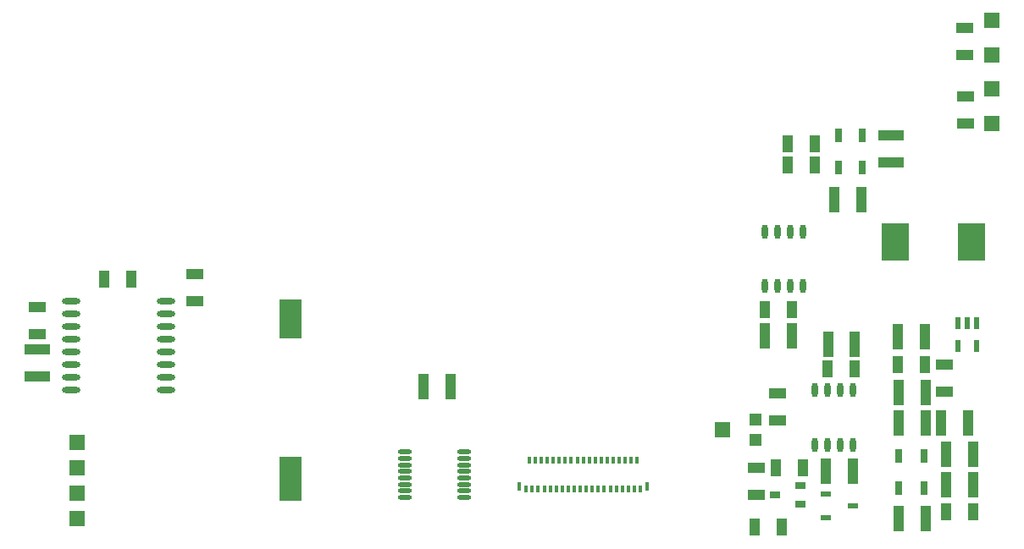
<source format=gtp>
G04*
G04 #@! TF.GenerationSoftware,Altium Limited,Altium Designer,18.1.7 (191)*
G04*
G04 Layer_Color=8421504*
%FSLAX25Y25*%
%MOIN*%
G70*
G01*
G75*
%ADD20R,0.09055X0.15748*%
%ADD21R,0.09055X0.17323*%
%ADD22R,0.01575X0.03740*%
%ADD23R,0.01181X0.03150*%
%ADD24R,0.01181X0.02559*%
%ADD25R,0.04331X0.10236*%
%ADD26O,0.05512X0.01772*%
%ADD27R,0.06693X0.04331*%
%ADD28R,0.04331X0.06693*%
%ADD29O,0.07284X0.02362*%
%ADD30R,0.10236X0.04331*%
%ADD31R,0.06000X0.06000*%
%ADD32R,0.11000X0.15000*%
%ADD33R,0.04134X0.02756*%
%ADD34O,0.02362X0.05709*%
%ADD35R,0.04724X0.04724*%
%ADD36R,0.05906X0.06299*%
%ADD37R,0.03937X0.02362*%
%ADD38R,0.05906X0.05906*%
%ADD39R,0.02800X0.05300*%
%ADD40R,0.01972X0.04769*%
D20*
X109200Y93100D02*
D03*
D21*
Y30108D02*
D03*
D22*
X249599Y27060D02*
D03*
X199206D02*
D03*
D23*
X246843Y25977D02*
D03*
X244481D02*
D03*
X242119D02*
D03*
X239757D02*
D03*
X237395D02*
D03*
X235032D02*
D03*
X232670D02*
D03*
X230308D02*
D03*
X227946D02*
D03*
X225584D02*
D03*
X223221D02*
D03*
X220859D02*
D03*
X218497D02*
D03*
X216135D02*
D03*
X213772D02*
D03*
X211410D02*
D03*
X209048D02*
D03*
X206686D02*
D03*
X204324D02*
D03*
X201961D02*
D03*
D24*
X245662Y37296D02*
D03*
X243300D02*
D03*
X240938D02*
D03*
X238576D02*
D03*
X236213D02*
D03*
X233851D02*
D03*
X231489D02*
D03*
X229127D02*
D03*
X226765D02*
D03*
X224402D02*
D03*
X222040D02*
D03*
X219678D02*
D03*
X217316D02*
D03*
X214954D02*
D03*
X212591D02*
D03*
X210229D02*
D03*
X207867D02*
D03*
X205505D02*
D03*
X203143D02*
D03*
D25*
X161485Y66500D02*
D03*
X172115D02*
D03*
X295761Y86348D02*
D03*
X306391D02*
D03*
X323200Y140200D02*
D03*
X333830D02*
D03*
X331336Y83132D02*
D03*
X320706D02*
D03*
X330499Y33077D02*
D03*
X319869D02*
D03*
X348068Y86051D02*
D03*
X358698D02*
D03*
X348523Y64159D02*
D03*
X359153D02*
D03*
X348523Y51959D02*
D03*
X359153D02*
D03*
X359298Y14251D02*
D03*
X348668D02*
D03*
X377953Y27559D02*
D03*
X367323D02*
D03*
X377953Y39759D02*
D03*
X367323D02*
D03*
X375753Y51959D02*
D03*
X365123D02*
D03*
D26*
X177514Y22743D02*
D03*
Y25302D02*
D03*
Y27861D02*
D03*
Y30420D02*
D03*
Y32979D02*
D03*
Y35538D02*
D03*
Y38098D02*
D03*
Y40657D02*
D03*
X154286Y22743D02*
D03*
Y25302D02*
D03*
Y27861D02*
D03*
Y30420D02*
D03*
Y32979D02*
D03*
Y35538D02*
D03*
Y38098D02*
D03*
Y40657D02*
D03*
D27*
X71574Y100180D02*
D03*
Y110810D02*
D03*
X9574Y97610D02*
D03*
Y86980D02*
D03*
X300800Y63815D02*
D03*
Y53185D02*
D03*
X374524Y197166D02*
D03*
Y207796D02*
D03*
X374846Y169966D02*
D03*
Y180596D02*
D03*
X292584Y34392D02*
D03*
Y23762D02*
D03*
X366438Y75074D02*
D03*
Y64444D02*
D03*
D28*
X46388Y108795D02*
D03*
X35759D02*
D03*
X320621Y73432D02*
D03*
X331251D02*
D03*
X306615Y96600D02*
D03*
X295985D02*
D03*
X315430Y153600D02*
D03*
X304800D02*
D03*
X315430Y162000D02*
D03*
X304800D02*
D03*
X291869Y10877D02*
D03*
X302499D02*
D03*
X348323Y75059D02*
D03*
X358953D02*
D03*
X310699Y34477D02*
D03*
X300069D02*
D03*
X377953Y17159D02*
D03*
X367323D02*
D03*
D29*
X60158Y65177D02*
D03*
Y70177D02*
D03*
Y75177D02*
D03*
Y80177D02*
D03*
Y85177D02*
D03*
Y90177D02*
D03*
Y95177D02*
D03*
Y100177D02*
D03*
X22953Y65177D02*
D03*
Y70177D02*
D03*
Y75177D02*
D03*
Y80177D02*
D03*
Y85177D02*
D03*
Y90177D02*
D03*
Y95177D02*
D03*
Y100177D02*
D03*
D30*
X9574Y80910D02*
D03*
Y70280D02*
D03*
X345515Y165315D02*
D03*
Y154685D02*
D03*
D31*
X25116Y44218D02*
D03*
Y34218D02*
D03*
Y24218D02*
D03*
Y14218D02*
D03*
D32*
X347205Y123447D02*
D03*
X377205D02*
D03*
D33*
X299761Y23742D02*
D03*
X309800Y27483D02*
D03*
Y20002D02*
D03*
D34*
X330400Y64900D02*
D03*
X325400D02*
D03*
X320400D02*
D03*
X315400D02*
D03*
X330400Y43443D02*
D03*
X325400D02*
D03*
X320400D02*
D03*
X315400D02*
D03*
X296000Y105944D02*
D03*
X301000D02*
D03*
X306000D02*
D03*
X311000D02*
D03*
X296000Y127400D02*
D03*
X301000D02*
D03*
X306000D02*
D03*
X311000D02*
D03*
D35*
X292095Y53237D02*
D03*
Y45363D02*
D03*
D36*
X279300Y49300D02*
D03*
D37*
X330499Y19349D02*
D03*
X319869Y14822D02*
D03*
Y23877D02*
D03*
D38*
X385324Y196991D02*
D03*
Y210771D02*
D03*
X385124Y169991D02*
D03*
Y183771D02*
D03*
D39*
X324715Y165350D02*
D03*
Y152650D02*
D03*
X334169Y152643D02*
D03*
Y165343D02*
D03*
X358438Y39109D02*
D03*
Y26409D02*
D03*
X348523D02*
D03*
Y39109D02*
D03*
D40*
X379178Y91287D02*
D03*
X375438D02*
D03*
X371698D02*
D03*
Y82231D02*
D03*
X379178D02*
D03*
M02*

</source>
